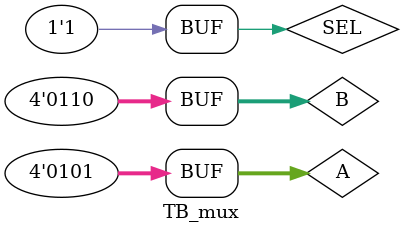
<source format=v>
`timescale 1ns / 1ps


module TB_mux(

    );
    reg [3:0] A, B;
    reg SEL;
    wire [3:0] Y;
    
RISCV_MUX5bits testmux (.A(A), .B(B), .SEL(SEL), .Y(Y));

initial
begin
A <= 4'b0101; B <= 1110; SEL <= 0; #30;
A <= 4'b0101; B <= 1110; SEL <= 1; #30;
end    
endmodule

</source>
